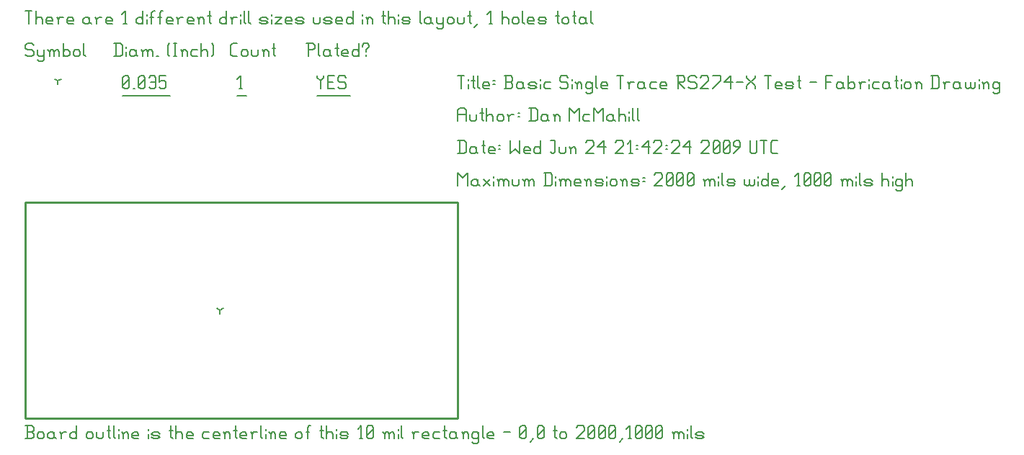
<source format=gbr>
G04 start of page 5 for group -3984 idx -3984 *
G04 Title: Basic Single Trace RS274-X Test, fab *
G04 Creator: pcb 1.99y *
G04 CreationDate: Wed Jun 24 21:42:24 2009 UTC *
G04 For: dan *
G04 Format: Gerber/RS-274X *
G04 PCB-Dimensions: 200000 100000 *
G04 PCB-Coordinate-Origin: lower left *
%MOIN*%
%FSLAX25Y25*%
%LNFAB*%
%ADD14C,0.0080*%
%ADD15C,0.0060*%
%ADD16C,0.0100*%
G54D14*X90000Y50000D02*Y48400D01*
Y50000D02*X91386Y50800D01*
X90000Y50000D02*X88614Y50800D01*
X15000Y156250D02*Y154650D01*
Y156250D02*X16386Y157050D01*
X15000Y156250D02*X13614Y157050D01*
G54D15*X135000Y158500D02*Y157750D01*
X136500Y156250D01*
X138000Y157750D01*
Y158500D02*Y157750D01*
X136500Y156250D02*Y152500D01*
X139801Y155500D02*X142051D01*
X139801Y152500D02*X142801D01*
X139801Y158500D02*Y152500D01*
Y158500D02*X142801D01*
X147603D02*X148353Y157750D01*
X145353Y158500D02*X147603D01*
X144603Y157750D02*X145353Y158500D01*
X144603Y157750D02*Y156250D01*
X145353Y155500D01*
X147603D01*
X148353Y154750D01*
Y153250D01*
X147603Y152500D02*X148353Y153250D01*
X145353Y152500D02*X147603D01*
X144603Y153250D02*X145353Y152500D01*
X135000Y149249D02*X150154D01*
X98750Y152500D02*X100250D01*
X99500Y158500D02*Y152500D01*
X98000Y157000D02*X99500Y158500D01*
X98000Y149249D02*X102051D01*
X45000Y153250D02*X45750Y152500D01*
X45000Y157750D02*Y153250D01*
Y157750D02*X45750Y158500D01*
X47250D01*
X48000Y157750D01*
Y153250D01*
X47250Y152500D02*X48000Y153250D01*
X45750Y152500D02*X47250D01*
X45000Y154000D02*X48000Y157000D01*
X49801Y152500D02*X50551D01*
X52353Y153250D02*X53103Y152500D01*
X52353Y157750D02*Y153250D01*
Y157750D02*X53103Y158500D01*
X54603D01*
X55353Y157750D01*
Y153250D01*
X54603Y152500D02*X55353Y153250D01*
X53103Y152500D02*X54603D01*
X52353Y154000D02*X55353Y157000D01*
X57154Y157750D02*X57904Y158500D01*
X59404D01*
X60154Y157750D01*
Y153250D01*
X59404Y152500D02*X60154Y153250D01*
X57904Y152500D02*X59404D01*
X57154Y153250D02*X57904Y152500D01*
Y155500D02*X60154D01*
X61956Y158500D02*X64956D01*
X61956D02*Y155500D01*
X62706Y156250D01*
X64206D01*
X64956Y155500D01*
Y153250D01*
X64206Y152500D02*X64956Y153250D01*
X62706Y152500D02*X64206D01*
X61956Y153250D02*X62706Y152500D01*
X45000Y149249D02*X66757D01*
X3000Y173500D02*X3750Y172750D01*
X750Y173500D02*X3000D01*
X0Y172750D02*X750Y173500D01*
X0Y172750D02*Y171250D01*
X750Y170500D01*
X3000D01*
X3750Y169750D01*
Y168250D01*
X3000Y167500D02*X3750Y168250D01*
X750Y167500D02*X3000D01*
X0Y168250D02*X750Y167500D01*
X5551Y170500D02*Y168250D01*
X6301Y167500D01*
X8551Y170500D02*Y166000D01*
X7801Y165250D02*X8551Y166000D01*
X6301Y165250D02*X7801D01*
X5551Y166000D02*X6301Y165250D01*
Y167500D02*X7801D01*
X8551Y168250D01*
X11103Y169750D02*Y167500D01*
Y169750D02*X11853Y170500D01*
X12603D01*
X13353Y169750D01*
Y167500D01*
Y169750D02*X14103Y170500D01*
X14853D01*
X15603Y169750D01*
Y167500D01*
X10353Y170500D02*X11103Y169750D01*
X17404Y173500D02*Y167500D01*
Y168250D02*X18154Y167500D01*
X19654D01*
X20404Y168250D01*
Y169750D02*Y168250D01*
X19654Y170500D02*X20404Y169750D01*
X18154Y170500D02*X19654D01*
X17404Y169750D02*X18154Y170500D01*
X22206Y169750D02*Y168250D01*
Y169750D02*X22956Y170500D01*
X24456D01*
X25206Y169750D01*
Y168250D01*
X24456Y167500D02*X25206Y168250D01*
X22956Y167500D02*X24456D01*
X22206Y168250D02*X22956Y167500D01*
X27007Y173500D02*Y168250D01*
X27757Y167500D01*
X41750Y173500D02*Y167500D01*
X44000Y173500D02*X44750Y172750D01*
Y168250D01*
X44000Y167500D02*X44750Y168250D01*
X41000Y167500D02*X44000D01*
X41000Y173500D02*X44000D01*
X46551Y172000D02*Y171250D01*
Y169750D02*Y167500D01*
X50303Y170500D02*X51053Y169750D01*
X48803Y170500D02*X50303D01*
X48053Y169750D02*X48803Y170500D01*
X48053Y169750D02*Y168250D01*
X48803Y167500D01*
X51053Y170500D02*Y168250D01*
X51803Y167500D01*
X48803D02*X50303D01*
X51053Y168250D01*
X54354Y169750D02*Y167500D01*
Y169750D02*X55104Y170500D01*
X55854D01*
X56604Y169750D01*
Y167500D01*
Y169750D02*X57354Y170500D01*
X58104D01*
X58854Y169750D01*
Y167500D01*
X53604Y170500D02*X54354Y169750D01*
X60656Y167500D02*X61406D01*
X65907Y168250D02*X66657Y167500D01*
X65907Y172750D02*X66657Y173500D01*
X65907Y172750D02*Y168250D01*
X68459Y173500D02*X69959D01*
X69209D02*Y167500D01*
X68459D02*X69959D01*
X72510Y169750D02*Y167500D01*
Y169750D02*X73260Y170500D01*
X74010D01*
X74760Y169750D01*
Y167500D01*
X71760Y170500D02*X72510Y169750D01*
X77312Y170500D02*X79562D01*
X76562Y169750D02*X77312Y170500D01*
X76562Y169750D02*Y168250D01*
X77312Y167500D01*
X79562D01*
X81363Y173500D02*Y167500D01*
Y169750D02*X82113Y170500D01*
X83613D01*
X84363Y169750D01*
Y167500D01*
X86165Y173500D02*X86915Y172750D01*
Y168250D01*
X86165Y167500D02*X86915Y168250D01*
X95750Y167500D02*X98000D01*
X95000Y168250D02*X95750Y167500D01*
X95000Y172750D02*Y168250D01*
Y172750D02*X95750Y173500D01*
X98000D01*
X99801Y169750D02*Y168250D01*
Y169750D02*X100551Y170500D01*
X102051D01*
X102801Y169750D01*
Y168250D01*
X102051Y167500D02*X102801Y168250D01*
X100551Y167500D02*X102051D01*
X99801Y168250D02*X100551Y167500D01*
X104603Y170500D02*Y168250D01*
X105353Y167500D01*
X106853D01*
X107603Y168250D01*
Y170500D02*Y168250D01*
X110154Y169750D02*Y167500D01*
Y169750D02*X110904Y170500D01*
X111654D01*
X112404Y169750D01*
Y167500D01*
X109404Y170500D02*X110154Y169750D01*
X114956Y173500D02*Y168250D01*
X115706Y167500D01*
X114206Y171250D02*X115706D01*
X130750Y173500D02*Y167500D01*
X130000Y173500D02*X133000D01*
X133750Y172750D01*
Y171250D01*
X133000Y170500D02*X133750Y171250D01*
X130750Y170500D02*X133000D01*
X135551Y173500D02*Y168250D01*
X136301Y167500D01*
X140053Y170500D02*X140803Y169750D01*
X138553Y170500D02*X140053D01*
X137803Y169750D02*X138553Y170500D01*
X137803Y169750D02*Y168250D01*
X138553Y167500D01*
X140803Y170500D02*Y168250D01*
X141553Y167500D01*
X138553D02*X140053D01*
X140803Y168250D01*
X144104Y173500D02*Y168250D01*
X144854Y167500D01*
X143354Y171250D02*X144854D01*
X147106Y167500D02*X149356D01*
X146356Y168250D02*X147106Y167500D01*
X146356Y169750D02*Y168250D01*
Y169750D02*X147106Y170500D01*
X148606D01*
X149356Y169750D01*
X146356Y169000D02*X149356D01*
Y169750D02*Y169000D01*
X154157Y173500D02*Y167500D01*
X153407D02*X154157Y168250D01*
X151907Y167500D02*X153407D01*
X151157Y168250D02*X151907Y167500D01*
X151157Y169750D02*Y168250D01*
Y169750D02*X151907Y170500D01*
X153407D01*
X154157Y169750D01*
X157459Y170500D02*Y169750D01*
Y168250D02*Y167500D01*
X155959Y172750D02*Y172000D01*
Y172750D02*X156709Y173500D01*
X158209D01*
X158959Y172750D01*
Y172000D01*
X157459Y170500D02*X158959Y172000D01*
X0Y188500D02*X3000D01*
X1500D02*Y182500D01*
X4801Y188500D02*Y182500D01*
Y184750D02*X5551Y185500D01*
X7051D01*
X7801Y184750D01*
Y182500D01*
X10353D02*X12603D01*
X9603Y183250D02*X10353Y182500D01*
X9603Y184750D02*Y183250D01*
Y184750D02*X10353Y185500D01*
X11853D01*
X12603Y184750D01*
X9603Y184000D02*X12603D01*
Y184750D02*Y184000D01*
X15154Y184750D02*Y182500D01*
Y184750D02*X15904Y185500D01*
X17404D01*
X14404D02*X15154Y184750D01*
X19956Y182500D02*X22206D01*
X19206Y183250D02*X19956Y182500D01*
X19206Y184750D02*Y183250D01*
Y184750D02*X19956Y185500D01*
X21456D01*
X22206Y184750D01*
X19206Y184000D02*X22206D01*
Y184750D02*Y184000D01*
X28957Y185500D02*X29707Y184750D01*
X27457Y185500D02*X28957D01*
X26707Y184750D02*X27457Y185500D01*
X26707Y184750D02*Y183250D01*
X27457Y182500D01*
X29707Y185500D02*Y183250D01*
X30457Y182500D01*
X27457D02*X28957D01*
X29707Y183250D01*
X33009Y184750D02*Y182500D01*
Y184750D02*X33759Y185500D01*
X35259D01*
X32259D02*X33009Y184750D01*
X37810Y182500D02*X40060D01*
X37060Y183250D02*X37810Y182500D01*
X37060Y184750D02*Y183250D01*
Y184750D02*X37810Y185500D01*
X39310D01*
X40060Y184750D01*
X37060Y184000D02*X40060D01*
Y184750D02*Y184000D01*
X45312Y182500D02*X46812D01*
X46062Y188500D02*Y182500D01*
X44562Y187000D02*X46062Y188500D01*
X54313D02*Y182500D01*
X53563D02*X54313Y183250D01*
X52063Y182500D02*X53563D01*
X51313Y183250D02*X52063Y182500D01*
X51313Y184750D02*Y183250D01*
Y184750D02*X52063Y185500D01*
X53563D01*
X54313Y184750D01*
X56115Y187000D02*Y186250D01*
Y184750D02*Y182500D01*
X58366Y187750D02*Y182500D01*
Y187750D02*X59116Y188500D01*
X59866D01*
X57616Y185500D02*X59116D01*
X62118Y187750D02*Y182500D01*
Y187750D02*X62868Y188500D01*
X63618D01*
X61368Y185500D02*X62868D01*
X65869Y182500D02*X68119D01*
X65119Y183250D02*X65869Y182500D01*
X65119Y184750D02*Y183250D01*
Y184750D02*X65869Y185500D01*
X67369D01*
X68119Y184750D01*
X65119Y184000D02*X68119D01*
Y184750D02*Y184000D01*
X70671Y184750D02*Y182500D01*
Y184750D02*X71421Y185500D01*
X72921D01*
X69921D02*X70671Y184750D01*
X75472Y182500D02*X77722D01*
X74722Y183250D02*X75472Y182500D01*
X74722Y184750D02*Y183250D01*
Y184750D02*X75472Y185500D01*
X76972D01*
X77722Y184750D01*
X74722Y184000D02*X77722D01*
Y184750D02*Y184000D01*
X80274Y184750D02*Y182500D01*
Y184750D02*X81024Y185500D01*
X81774D01*
X82524Y184750D01*
Y182500D01*
X79524Y185500D02*X80274Y184750D01*
X85075Y188500D02*Y183250D01*
X85825Y182500D01*
X84325Y186250D02*X85825D01*
X93027Y188500D02*Y182500D01*
X92277D02*X93027Y183250D01*
X90777Y182500D02*X92277D01*
X90027Y183250D02*X90777Y182500D01*
X90027Y184750D02*Y183250D01*
Y184750D02*X90777Y185500D01*
X92277D01*
X93027Y184750D01*
X95578D02*Y182500D01*
Y184750D02*X96328Y185500D01*
X97828D01*
X94828D02*X95578Y184750D01*
X99630Y187000D02*Y186250D01*
Y184750D02*Y182500D01*
X101131Y188500D02*Y183250D01*
X101881Y182500D01*
X103383Y188500D02*Y183250D01*
X104133Y182500D01*
X109084D02*X111334D01*
X112084Y183250D01*
X111334Y184000D02*X112084Y183250D01*
X109084Y184000D02*X111334D01*
X108334Y184750D02*X109084Y184000D01*
X108334Y184750D02*X109084Y185500D01*
X111334D01*
X112084Y184750D01*
X108334Y183250D02*X109084Y182500D01*
X113886Y187000D02*Y186250D01*
Y184750D02*Y182500D01*
X115387Y185500D02*X118387D01*
X115387Y182500D02*X118387Y185500D01*
X115387Y182500D02*X118387D01*
X120939D02*X123189D01*
X120189Y183250D02*X120939Y182500D01*
X120189Y184750D02*Y183250D01*
Y184750D02*X120939Y185500D01*
X122439D01*
X123189Y184750D01*
X120189Y184000D02*X123189D01*
Y184750D02*Y184000D01*
X125740Y182500D02*X127990D01*
X128740Y183250D01*
X127990Y184000D02*X128740Y183250D01*
X125740Y184000D02*X127990D01*
X124990Y184750D02*X125740Y184000D01*
X124990Y184750D02*X125740Y185500D01*
X127990D01*
X128740Y184750D01*
X124990Y183250D02*X125740Y182500D01*
X133242Y185500D02*Y183250D01*
X133992Y182500D01*
X135492D01*
X136242Y183250D01*
Y185500D02*Y183250D01*
X138793Y182500D02*X141043D01*
X141793Y183250D01*
X141043Y184000D02*X141793Y183250D01*
X138793Y184000D02*X141043D01*
X138043Y184750D02*X138793Y184000D01*
X138043Y184750D02*X138793Y185500D01*
X141043D01*
X141793Y184750D01*
X138043Y183250D02*X138793Y182500D01*
X144345D02*X146595D01*
X143595Y183250D02*X144345Y182500D01*
X143595Y184750D02*Y183250D01*
Y184750D02*X144345Y185500D01*
X145845D01*
X146595Y184750D01*
X143595Y184000D02*X146595D01*
Y184750D02*Y184000D01*
X151396Y188500D02*Y182500D01*
X150646D02*X151396Y183250D01*
X149146Y182500D02*X150646D01*
X148396Y183250D02*X149146Y182500D01*
X148396Y184750D02*Y183250D01*
Y184750D02*X149146Y185500D01*
X150646D01*
X151396Y184750D01*
X155898Y187000D02*Y186250D01*
Y184750D02*Y182500D01*
X158149Y184750D02*Y182500D01*
Y184750D02*X158899Y185500D01*
X159649D01*
X160399Y184750D01*
Y182500D01*
X157399Y185500D02*X158149Y184750D01*
X165651Y188500D02*Y183250D01*
X166401Y182500D01*
X164901Y186250D02*X166401D01*
X167902Y188500D02*Y182500D01*
Y184750D02*X168652Y185500D01*
X170152D01*
X170902Y184750D01*
Y182500D01*
X172704Y187000D02*Y186250D01*
Y184750D02*Y182500D01*
X174955D02*X177205D01*
X177955Y183250D01*
X177205Y184000D02*X177955Y183250D01*
X174955Y184000D02*X177205D01*
X174205Y184750D02*X174955Y184000D01*
X174205Y184750D02*X174955Y185500D01*
X177205D01*
X177955Y184750D01*
X174205Y183250D02*X174955Y182500D01*
X182457Y188500D02*Y183250D01*
X183207Y182500D01*
X186958Y185500D02*X187708Y184750D01*
X185458Y185500D02*X186958D01*
X184708Y184750D02*X185458Y185500D01*
X184708Y184750D02*Y183250D01*
X185458Y182500D01*
X187708Y185500D02*Y183250D01*
X188458Y182500D01*
X185458D02*X186958D01*
X187708Y183250D01*
X190260Y185500D02*Y183250D01*
X191010Y182500D01*
X193260Y185500D02*Y181000D01*
X192510Y180250D02*X193260Y181000D01*
X191010Y180250D02*X192510D01*
X190260Y181000D02*X191010Y180250D01*
Y182500D02*X192510D01*
X193260Y183250D01*
X195061Y184750D02*Y183250D01*
Y184750D02*X195811Y185500D01*
X197311D01*
X198061Y184750D01*
Y183250D01*
X197311Y182500D02*X198061Y183250D01*
X195811Y182500D02*X197311D01*
X195061Y183250D02*X195811Y182500D01*
X199863Y185500D02*Y183250D01*
X200613Y182500D01*
X202113D01*
X202863Y183250D01*
Y185500D02*Y183250D01*
X205414Y188500D02*Y183250D01*
X206164Y182500D01*
X204664Y186250D02*X206164D01*
X207666Y181000D02*X209166Y182500D01*
X214417D02*X215917D01*
X215167Y188500D02*Y182500D01*
X213667Y187000D02*X215167Y188500D01*
X220419D02*Y182500D01*
Y184750D02*X221169Y185500D01*
X222669D01*
X223419Y184750D01*
Y182500D01*
X225220Y184750D02*Y183250D01*
Y184750D02*X225970Y185500D01*
X227470D01*
X228220Y184750D01*
Y183250D01*
X227470Y182500D02*X228220Y183250D01*
X225970Y182500D02*X227470D01*
X225220Y183250D02*X225970Y182500D01*
X230022Y188500D02*Y183250D01*
X230772Y182500D01*
X233023D02*X235273D01*
X232273Y183250D02*X233023Y182500D01*
X232273Y184750D02*Y183250D01*
Y184750D02*X233023Y185500D01*
X234523D01*
X235273Y184750D01*
X232273Y184000D02*X235273D01*
Y184750D02*Y184000D01*
X237825Y182500D02*X240075D01*
X240825Y183250D01*
X240075Y184000D02*X240825Y183250D01*
X237825Y184000D02*X240075D01*
X237075Y184750D02*X237825Y184000D01*
X237075Y184750D02*X237825Y185500D01*
X240075D01*
X240825Y184750D01*
X237075Y183250D02*X237825Y182500D01*
X246076Y188500D02*Y183250D01*
X246826Y182500D01*
X245326Y186250D02*X246826D01*
X248328Y184750D02*Y183250D01*
Y184750D02*X249078Y185500D01*
X250578D01*
X251328Y184750D01*
Y183250D01*
X250578Y182500D02*X251328Y183250D01*
X249078Y182500D02*X250578D01*
X248328Y183250D02*X249078Y182500D01*
X253879Y188500D02*Y183250D01*
X254629Y182500D01*
X253129Y186250D02*X254629D01*
X258381Y185500D02*X259131Y184750D01*
X256881Y185500D02*X258381D01*
X256131Y184750D02*X256881Y185500D01*
X256131Y184750D02*Y183250D01*
X256881Y182500D01*
X259131Y185500D02*Y183250D01*
X259881Y182500D01*
X256881D02*X258381D01*
X259131Y183250D01*
X261682Y188500D02*Y183250D01*
X262432Y182500D01*
G54D16*X0Y100000D02*X200000D01*
X0D02*Y0D01*
X200000Y100000D02*Y0D01*
X0D02*X200000D01*
G54D15*Y113500D02*Y107500D01*
Y113500D02*X202250Y111250D01*
X204500Y113500D01*
Y107500D01*
X208551Y110500D02*X209301Y109750D01*
X207051Y110500D02*X208551D01*
X206301Y109750D02*X207051Y110500D01*
X206301Y109750D02*Y108250D01*
X207051Y107500D01*
X209301Y110500D02*Y108250D01*
X210051Y107500D01*
X207051D02*X208551D01*
X209301Y108250D01*
X211853Y110500D02*X214853Y107500D01*
X211853D02*X214853Y110500D01*
X216654Y112000D02*Y111250D01*
Y109750D02*Y107500D01*
X218906Y109750D02*Y107500D01*
Y109750D02*X219656Y110500D01*
X220406D01*
X221156Y109750D01*
Y107500D01*
Y109750D02*X221906Y110500D01*
X222656D01*
X223406Y109750D01*
Y107500D01*
X218156Y110500D02*X218906Y109750D01*
X225207Y110500D02*Y108250D01*
X225957Y107500D01*
X227457D01*
X228207Y108250D01*
Y110500D02*Y108250D01*
X230759Y109750D02*Y107500D01*
Y109750D02*X231509Y110500D01*
X232259D01*
X233009Y109750D01*
Y107500D01*
Y109750D02*X233759Y110500D01*
X234509D01*
X235259Y109750D01*
Y107500D01*
X230009Y110500D02*X230759Y109750D01*
X240510Y113500D02*Y107500D01*
X242760Y113500D02*X243510Y112750D01*
Y108250D01*
X242760Y107500D02*X243510Y108250D01*
X239760Y107500D02*X242760D01*
X239760Y113500D02*X242760D01*
X245312Y112000D02*Y111250D01*
Y109750D02*Y107500D01*
X247563Y109750D02*Y107500D01*
Y109750D02*X248313Y110500D01*
X249063D01*
X249813Y109750D01*
Y107500D01*
Y109750D02*X250563Y110500D01*
X251313D01*
X252063Y109750D01*
Y107500D01*
X246813Y110500D02*X247563Y109750D01*
X254615Y107500D02*X256865D01*
X253865Y108250D02*X254615Y107500D01*
X253865Y109750D02*Y108250D01*
Y109750D02*X254615Y110500D01*
X256115D01*
X256865Y109750D01*
X253865Y109000D02*X256865D01*
Y109750D02*Y109000D01*
X259416Y109750D02*Y107500D01*
Y109750D02*X260166Y110500D01*
X260916D01*
X261666Y109750D01*
Y107500D01*
X258666Y110500D02*X259416Y109750D01*
X264218Y107500D02*X266468D01*
X267218Y108250D01*
X266468Y109000D02*X267218Y108250D01*
X264218Y109000D02*X266468D01*
X263468Y109750D02*X264218Y109000D01*
X263468Y109750D02*X264218Y110500D01*
X266468D01*
X267218Y109750D01*
X263468Y108250D02*X264218Y107500D01*
X269019Y112000D02*Y111250D01*
Y109750D02*Y107500D01*
X270521Y109750D02*Y108250D01*
Y109750D02*X271271Y110500D01*
X272771D01*
X273521Y109750D01*
Y108250D01*
X272771Y107500D02*X273521Y108250D01*
X271271Y107500D02*X272771D01*
X270521Y108250D02*X271271Y107500D01*
X276072Y109750D02*Y107500D01*
Y109750D02*X276822Y110500D01*
X277572D01*
X278322Y109750D01*
Y107500D01*
X275322Y110500D02*X276072Y109750D01*
X280874Y107500D02*X283124D01*
X283874Y108250D01*
X283124Y109000D02*X283874Y108250D01*
X280874Y109000D02*X283124D01*
X280124Y109750D02*X280874Y109000D01*
X280124Y109750D02*X280874Y110500D01*
X283124D01*
X283874Y109750D01*
X280124Y108250D02*X280874Y107500D01*
X285675Y111250D02*X286425D01*
X285675Y109750D02*X286425D01*
X290927Y112750D02*X291677Y113500D01*
X293927D01*
X294677Y112750D01*
Y111250D01*
X290927Y107500D02*X294677Y111250D01*
X290927Y107500D02*X294677D01*
X296478Y108250D02*X297228Y107500D01*
X296478Y112750D02*Y108250D01*
Y112750D02*X297228Y113500D01*
X298728D01*
X299478Y112750D01*
Y108250D01*
X298728Y107500D02*X299478Y108250D01*
X297228Y107500D02*X298728D01*
X296478Y109000D02*X299478Y112000D01*
X301280Y108250D02*X302030Y107500D01*
X301280Y112750D02*Y108250D01*
Y112750D02*X302030Y113500D01*
X303530D01*
X304280Y112750D01*
Y108250D01*
X303530Y107500D02*X304280Y108250D01*
X302030Y107500D02*X303530D01*
X301280Y109000D02*X304280Y112000D01*
X306081Y108250D02*X306831Y107500D01*
X306081Y112750D02*Y108250D01*
Y112750D02*X306831Y113500D01*
X308331D01*
X309081Y112750D01*
Y108250D01*
X308331Y107500D02*X309081Y108250D01*
X306831Y107500D02*X308331D01*
X306081Y109000D02*X309081Y112000D01*
X314333Y109750D02*Y107500D01*
Y109750D02*X315083Y110500D01*
X315833D01*
X316583Y109750D01*
Y107500D01*
Y109750D02*X317333Y110500D01*
X318083D01*
X318833Y109750D01*
Y107500D01*
X313583Y110500D02*X314333Y109750D01*
X320634Y112000D02*Y111250D01*
Y109750D02*Y107500D01*
X322136Y113500D02*Y108250D01*
X322886Y107500D01*
X325137D02*X327387D01*
X328137Y108250D01*
X327387Y109000D02*X328137Y108250D01*
X325137Y109000D02*X327387D01*
X324387Y109750D02*X325137Y109000D01*
X324387Y109750D02*X325137Y110500D01*
X327387D01*
X328137Y109750D01*
X324387Y108250D02*X325137Y107500D01*
X332639Y110500D02*Y108250D01*
X333389Y107500D01*
X334139D01*
X334889Y108250D01*
Y110500D02*Y108250D01*
X335639Y107500D01*
X336389D01*
X337139Y108250D01*
Y110500D02*Y108250D01*
X338940Y112000D02*Y111250D01*
Y109750D02*Y107500D01*
X343442Y113500D02*Y107500D01*
X342692D02*X343442Y108250D01*
X341192Y107500D02*X342692D01*
X340442Y108250D02*X341192Y107500D01*
X340442Y109750D02*Y108250D01*
Y109750D02*X341192Y110500D01*
X342692D01*
X343442Y109750D01*
X345993Y107500D02*X348243D01*
X345243Y108250D02*X345993Y107500D01*
X345243Y109750D02*Y108250D01*
Y109750D02*X345993Y110500D01*
X347493D01*
X348243Y109750D01*
X345243Y109000D02*X348243D01*
Y109750D02*Y109000D01*
X350045Y106000D02*X351545Y107500D01*
X356796D02*X358296D01*
X357546Y113500D02*Y107500D01*
X356046Y112000D02*X357546Y113500D01*
X360098Y108250D02*X360848Y107500D01*
X360098Y112750D02*Y108250D01*
Y112750D02*X360848Y113500D01*
X362348D01*
X363098Y112750D01*
Y108250D01*
X362348Y107500D02*X363098Y108250D01*
X360848Y107500D02*X362348D01*
X360098Y109000D02*X363098Y112000D01*
X364899Y108250D02*X365649Y107500D01*
X364899Y112750D02*Y108250D01*
Y112750D02*X365649Y113500D01*
X367149D01*
X367899Y112750D01*
Y108250D01*
X367149Y107500D02*X367899Y108250D01*
X365649Y107500D02*X367149D01*
X364899Y109000D02*X367899Y112000D01*
X369701Y108250D02*X370451Y107500D01*
X369701Y112750D02*Y108250D01*
Y112750D02*X370451Y113500D01*
X371951D01*
X372701Y112750D01*
Y108250D01*
X371951Y107500D02*X372701Y108250D01*
X370451Y107500D02*X371951D01*
X369701Y109000D02*X372701Y112000D01*
X377952Y109750D02*Y107500D01*
Y109750D02*X378702Y110500D01*
X379452D01*
X380202Y109750D01*
Y107500D01*
Y109750D02*X380952Y110500D01*
X381702D01*
X382452Y109750D01*
Y107500D01*
X377202Y110500D02*X377952Y109750D01*
X384254Y112000D02*Y111250D01*
Y109750D02*Y107500D01*
X385755Y113500D02*Y108250D01*
X386505Y107500D01*
X388757D02*X391007D01*
X391757Y108250D01*
X391007Y109000D02*X391757Y108250D01*
X388757Y109000D02*X391007D01*
X388007Y109750D02*X388757Y109000D01*
X388007Y109750D02*X388757Y110500D01*
X391007D01*
X391757Y109750D01*
X388007Y108250D02*X388757Y107500D01*
X396258Y113500D02*Y107500D01*
Y109750D02*X397008Y110500D01*
X398508D01*
X399258Y109750D01*
Y107500D01*
X401060Y112000D02*Y111250D01*
Y109750D02*Y107500D01*
X404811Y110500D02*X405561Y109750D01*
X403311Y110500D02*X404811D01*
X402561Y109750D02*X403311Y110500D01*
X402561Y109750D02*Y108250D01*
X403311Y107500D01*
X404811D01*
X405561Y108250D01*
X402561Y106000D02*X403311Y105250D01*
X404811D01*
X405561Y106000D01*
Y110500D02*Y106000D01*
X407363Y113500D02*Y107500D01*
Y109750D02*X408113Y110500D01*
X409613D01*
X410363Y109750D01*
Y107500D01*
X0Y-9500D02*X3000D01*
X3750Y-8750D01*
Y-7250D02*Y-8750D01*
X3000Y-6500D02*X3750Y-7250D01*
X750Y-6500D02*X3000D01*
X750Y-3500D02*Y-9500D01*
X0Y-3500D02*X3000D01*
X3750Y-4250D01*
Y-5750D01*
X3000Y-6500D02*X3750Y-5750D01*
X5551Y-7250D02*Y-8750D01*
Y-7250D02*X6301Y-6500D01*
X7801D01*
X8551Y-7250D01*
Y-8750D01*
X7801Y-9500D02*X8551Y-8750D01*
X6301Y-9500D02*X7801D01*
X5551Y-8750D02*X6301Y-9500D01*
X12603Y-6500D02*X13353Y-7250D01*
X11103Y-6500D02*X12603D01*
X10353Y-7250D02*X11103Y-6500D01*
X10353Y-7250D02*Y-8750D01*
X11103Y-9500D01*
X13353Y-6500D02*Y-8750D01*
X14103Y-9500D01*
X11103D02*X12603D01*
X13353Y-8750D01*
X16654Y-7250D02*Y-9500D01*
Y-7250D02*X17404Y-6500D01*
X18904D01*
X15904D02*X16654Y-7250D01*
X23706Y-3500D02*Y-9500D01*
X22956D02*X23706Y-8750D01*
X21456Y-9500D02*X22956D01*
X20706Y-8750D02*X21456Y-9500D01*
X20706Y-7250D02*Y-8750D01*
Y-7250D02*X21456Y-6500D01*
X22956D01*
X23706Y-7250D01*
X28207D02*Y-8750D01*
Y-7250D02*X28957Y-6500D01*
X30457D01*
X31207Y-7250D01*
Y-8750D01*
X30457Y-9500D02*X31207Y-8750D01*
X28957Y-9500D02*X30457D01*
X28207Y-8750D02*X28957Y-9500D01*
X33009Y-6500D02*Y-8750D01*
X33759Y-9500D01*
X35259D01*
X36009Y-8750D01*
Y-6500D02*Y-8750D01*
X38560Y-3500D02*Y-8750D01*
X39310Y-9500D01*
X37810Y-5750D02*X39310D01*
X40812Y-3500D02*Y-8750D01*
X41562Y-9500D01*
X43063Y-5000D02*Y-5750D01*
Y-7250D02*Y-9500D01*
X45315Y-7250D02*Y-9500D01*
Y-7250D02*X46065Y-6500D01*
X46815D01*
X47565Y-7250D01*
Y-9500D01*
X44565Y-6500D02*X45315Y-7250D01*
X50116Y-9500D02*X52366D01*
X49366Y-8750D02*X50116Y-9500D01*
X49366Y-7250D02*Y-8750D01*
Y-7250D02*X50116Y-6500D01*
X51616D01*
X52366Y-7250D01*
X49366Y-8000D02*X52366D01*
Y-7250D02*Y-8000D01*
X56868Y-5000D02*Y-5750D01*
Y-7250D02*Y-9500D01*
X59119D02*X61369D01*
X62119Y-8750D01*
X61369Y-8000D02*X62119Y-8750D01*
X59119Y-8000D02*X61369D01*
X58369Y-7250D02*X59119Y-8000D01*
X58369Y-7250D02*X59119Y-6500D01*
X61369D01*
X62119Y-7250D01*
X58369Y-8750D02*X59119Y-9500D01*
X67371Y-3500D02*Y-8750D01*
X68121Y-9500D01*
X66621Y-5750D02*X68121D01*
X69622Y-3500D02*Y-9500D01*
Y-7250D02*X70372Y-6500D01*
X71872D01*
X72622Y-7250D01*
Y-9500D01*
X75174D02*X77424D01*
X74424Y-8750D02*X75174Y-9500D01*
X74424Y-7250D02*Y-8750D01*
Y-7250D02*X75174Y-6500D01*
X76674D01*
X77424Y-7250D01*
X74424Y-8000D02*X77424D01*
Y-7250D02*Y-8000D01*
X82675Y-6500D02*X84925D01*
X81925Y-7250D02*X82675Y-6500D01*
X81925Y-7250D02*Y-8750D01*
X82675Y-9500D01*
X84925D01*
X87477D02*X89727D01*
X86727Y-8750D02*X87477Y-9500D01*
X86727Y-7250D02*Y-8750D01*
Y-7250D02*X87477Y-6500D01*
X88977D01*
X89727Y-7250D01*
X86727Y-8000D02*X89727D01*
Y-7250D02*Y-8000D01*
X92278Y-7250D02*Y-9500D01*
Y-7250D02*X93028Y-6500D01*
X93778D01*
X94528Y-7250D01*
Y-9500D01*
X91528Y-6500D02*X92278Y-7250D01*
X97080Y-3500D02*Y-8750D01*
X97830Y-9500D01*
X96330Y-5750D02*X97830D01*
X100081Y-9500D02*X102331D01*
X99331Y-8750D02*X100081Y-9500D01*
X99331Y-7250D02*Y-8750D01*
Y-7250D02*X100081Y-6500D01*
X101581D01*
X102331Y-7250D01*
X99331Y-8000D02*X102331D01*
Y-7250D02*Y-8000D01*
X104883Y-7250D02*Y-9500D01*
Y-7250D02*X105633Y-6500D01*
X107133D01*
X104133D02*X104883Y-7250D01*
X108934Y-3500D02*Y-8750D01*
X109684Y-9500D01*
X111186Y-5000D02*Y-5750D01*
Y-7250D02*Y-9500D01*
X113437Y-7250D02*Y-9500D01*
Y-7250D02*X114187Y-6500D01*
X114937D01*
X115687Y-7250D01*
Y-9500D01*
X112687Y-6500D02*X113437Y-7250D01*
X118239Y-9500D02*X120489D01*
X117489Y-8750D02*X118239Y-9500D01*
X117489Y-7250D02*Y-8750D01*
Y-7250D02*X118239Y-6500D01*
X119739D01*
X120489Y-7250D01*
X117489Y-8000D02*X120489D01*
Y-7250D02*Y-8000D01*
X124990Y-7250D02*Y-8750D01*
Y-7250D02*X125740Y-6500D01*
X127240D01*
X127990Y-7250D01*
Y-8750D01*
X127240Y-9500D02*X127990Y-8750D01*
X125740Y-9500D02*X127240D01*
X124990Y-8750D02*X125740Y-9500D01*
X130542Y-4250D02*Y-9500D01*
Y-4250D02*X131292Y-3500D01*
X132042D01*
X129792Y-6500D02*X131292D01*
X136993Y-3500D02*Y-8750D01*
X137743Y-9500D01*
X136243Y-5750D02*X137743D01*
X139245Y-3500D02*Y-9500D01*
Y-7250D02*X139995Y-6500D01*
X141495D01*
X142245Y-7250D01*
Y-9500D01*
X144046Y-5000D02*Y-5750D01*
Y-7250D02*Y-9500D01*
X146298D02*X148548D01*
X149298Y-8750D01*
X148548Y-8000D02*X149298Y-8750D01*
X146298Y-8000D02*X148548D01*
X145548Y-7250D02*X146298Y-8000D01*
X145548Y-7250D02*X146298Y-6500D01*
X148548D01*
X149298Y-7250D01*
X145548Y-8750D02*X146298Y-9500D01*
X154549D02*X156049D01*
X155299Y-3500D02*Y-9500D01*
X153799Y-5000D02*X155299Y-3500D01*
X157851Y-8750D02*X158601Y-9500D01*
X157851Y-4250D02*Y-8750D01*
Y-4250D02*X158601Y-3500D01*
X160101D01*
X160851Y-4250D01*
Y-8750D01*
X160101Y-9500D02*X160851Y-8750D01*
X158601Y-9500D02*X160101D01*
X157851Y-8000D02*X160851Y-5000D01*
X166102Y-7250D02*Y-9500D01*
Y-7250D02*X166852Y-6500D01*
X167602D01*
X168352Y-7250D01*
Y-9500D01*
Y-7250D02*X169102Y-6500D01*
X169852D01*
X170602Y-7250D01*
Y-9500D01*
X165352Y-6500D02*X166102Y-7250D01*
X172404Y-5000D02*Y-5750D01*
Y-7250D02*Y-9500D01*
X173905Y-3500D02*Y-8750D01*
X174655Y-9500D01*
X179607Y-7250D02*Y-9500D01*
Y-7250D02*X180357Y-6500D01*
X181857D01*
X178857D02*X179607Y-7250D01*
X184408Y-9500D02*X186658D01*
X183658Y-8750D02*X184408Y-9500D01*
X183658Y-7250D02*Y-8750D01*
Y-7250D02*X184408Y-6500D01*
X185908D01*
X186658Y-7250D01*
X183658Y-8000D02*X186658D01*
Y-7250D02*Y-8000D01*
X189210Y-6500D02*X191460D01*
X188460Y-7250D02*X189210Y-6500D01*
X188460Y-7250D02*Y-8750D01*
X189210Y-9500D01*
X191460D01*
X194011Y-3500D02*Y-8750D01*
X194761Y-9500D01*
X193261Y-5750D02*X194761D01*
X198513Y-6500D02*X199263Y-7250D01*
X197013Y-6500D02*X198513D01*
X196263Y-7250D02*X197013Y-6500D01*
X196263Y-7250D02*Y-8750D01*
X197013Y-9500D01*
X199263Y-6500D02*Y-8750D01*
X200013Y-9500D01*
X197013D02*X198513D01*
X199263Y-8750D01*
X202564Y-7250D02*Y-9500D01*
Y-7250D02*X203314Y-6500D01*
X204064D01*
X204814Y-7250D01*
Y-9500D01*
X201814Y-6500D02*X202564Y-7250D01*
X208866Y-6500D02*X209616Y-7250D01*
X207366Y-6500D02*X208866D01*
X206616Y-7250D02*X207366Y-6500D01*
X206616Y-7250D02*Y-8750D01*
X207366Y-9500D01*
X208866D01*
X209616Y-8750D01*
X206616Y-11000D02*X207366Y-11750D01*
X208866D01*
X209616Y-11000D01*
Y-6500D02*Y-11000D01*
X211417Y-3500D02*Y-8750D01*
X212167Y-9500D01*
X214419D02*X216669D01*
X213669Y-8750D02*X214419Y-9500D01*
X213669Y-7250D02*Y-8750D01*
Y-7250D02*X214419Y-6500D01*
X215919D01*
X216669Y-7250D01*
X213669Y-8000D02*X216669D01*
Y-7250D02*Y-8000D01*
X221170Y-6500D02*X224170D01*
X228672Y-8750D02*X229422Y-9500D01*
X228672Y-4250D02*Y-8750D01*
Y-4250D02*X229422Y-3500D01*
X230922D01*
X231672Y-4250D01*
Y-8750D01*
X230922Y-9500D02*X231672Y-8750D01*
X229422Y-9500D02*X230922D01*
X228672Y-8000D02*X231672Y-5000D01*
X233473Y-11000D02*X234973Y-9500D01*
X236775Y-8750D02*X237525Y-9500D01*
X236775Y-4250D02*Y-8750D01*
Y-4250D02*X237525Y-3500D01*
X239025D01*
X239775Y-4250D01*
Y-8750D01*
X239025Y-9500D02*X239775Y-8750D01*
X237525Y-9500D02*X239025D01*
X236775Y-8000D02*X239775Y-5000D01*
X245026Y-3500D02*Y-8750D01*
X245776Y-9500D01*
X244276Y-5750D02*X245776D01*
X247278Y-7250D02*Y-8750D01*
Y-7250D02*X248028Y-6500D01*
X249528D01*
X250278Y-7250D01*
Y-8750D01*
X249528Y-9500D02*X250278Y-8750D01*
X248028Y-9500D02*X249528D01*
X247278Y-8750D02*X248028Y-9500D01*
X254779Y-4250D02*X255529Y-3500D01*
X257779D01*
X258529Y-4250D01*
Y-5750D01*
X254779Y-9500D02*X258529Y-5750D01*
X254779Y-9500D02*X258529D01*
X260331Y-8750D02*X261081Y-9500D01*
X260331Y-4250D02*Y-8750D01*
Y-4250D02*X261081Y-3500D01*
X262581D01*
X263331Y-4250D01*
Y-8750D01*
X262581Y-9500D02*X263331Y-8750D01*
X261081Y-9500D02*X262581D01*
X260331Y-8000D02*X263331Y-5000D01*
X265132Y-8750D02*X265882Y-9500D01*
X265132Y-4250D02*Y-8750D01*
Y-4250D02*X265882Y-3500D01*
X267382D01*
X268132Y-4250D01*
Y-8750D01*
X267382Y-9500D02*X268132Y-8750D01*
X265882Y-9500D02*X267382D01*
X265132Y-8000D02*X268132Y-5000D01*
X269934Y-8750D02*X270684Y-9500D01*
X269934Y-4250D02*Y-8750D01*
Y-4250D02*X270684Y-3500D01*
X272184D01*
X272934Y-4250D01*
Y-8750D01*
X272184Y-9500D02*X272934Y-8750D01*
X270684Y-9500D02*X272184D01*
X269934Y-8000D02*X272934Y-5000D01*
X274735Y-11000D02*X276235Y-9500D01*
X278787D02*X280287D01*
X279537Y-3500D02*Y-9500D01*
X278037Y-5000D02*X279537Y-3500D01*
X282088Y-8750D02*X282838Y-9500D01*
X282088Y-4250D02*Y-8750D01*
Y-4250D02*X282838Y-3500D01*
X284338D01*
X285088Y-4250D01*
Y-8750D01*
X284338Y-9500D02*X285088Y-8750D01*
X282838Y-9500D02*X284338D01*
X282088Y-8000D02*X285088Y-5000D01*
X286890Y-8750D02*X287640Y-9500D01*
X286890Y-4250D02*Y-8750D01*
Y-4250D02*X287640Y-3500D01*
X289140D01*
X289890Y-4250D01*
Y-8750D01*
X289140Y-9500D02*X289890Y-8750D01*
X287640Y-9500D02*X289140D01*
X286890Y-8000D02*X289890Y-5000D01*
X291691Y-8750D02*X292441Y-9500D01*
X291691Y-4250D02*Y-8750D01*
Y-4250D02*X292441Y-3500D01*
X293941D01*
X294691Y-4250D01*
Y-8750D01*
X293941Y-9500D02*X294691Y-8750D01*
X292441Y-9500D02*X293941D01*
X291691Y-8000D02*X294691Y-5000D01*
X299943Y-7250D02*Y-9500D01*
Y-7250D02*X300693Y-6500D01*
X301443D01*
X302193Y-7250D01*
Y-9500D01*
Y-7250D02*X302943Y-6500D01*
X303693D01*
X304443Y-7250D01*
Y-9500D01*
X299193Y-6500D02*X299943Y-7250D01*
X306244Y-5000D02*Y-5750D01*
Y-7250D02*Y-9500D01*
X307746Y-3500D02*Y-8750D01*
X308496Y-9500D01*
X310747D02*X312997D01*
X313747Y-8750D01*
X312997Y-8000D02*X313747Y-8750D01*
X310747Y-8000D02*X312997D01*
X309997Y-7250D02*X310747Y-8000D01*
X309997Y-7250D02*X310747Y-6500D01*
X312997D01*
X313747Y-7250D01*
X309997Y-8750D02*X310747Y-9500D01*
X200750Y128500D02*Y122500D01*
X203000Y128500D02*X203750Y127750D01*
Y123250D01*
X203000Y122500D02*X203750Y123250D01*
X200000Y122500D02*X203000D01*
X200000Y128500D02*X203000D01*
X207801Y125500D02*X208551Y124750D01*
X206301Y125500D02*X207801D01*
X205551Y124750D02*X206301Y125500D01*
X205551Y124750D02*Y123250D01*
X206301Y122500D01*
X208551Y125500D02*Y123250D01*
X209301Y122500D01*
X206301D02*X207801D01*
X208551Y123250D01*
X211853Y128500D02*Y123250D01*
X212603Y122500D01*
X211103Y126250D02*X212603D01*
X214854Y122500D02*X217104D01*
X214104Y123250D02*X214854Y122500D01*
X214104Y124750D02*Y123250D01*
Y124750D02*X214854Y125500D01*
X216354D01*
X217104Y124750D01*
X214104Y124000D02*X217104D01*
Y124750D02*Y124000D01*
X218906Y126250D02*X219656D01*
X218906Y124750D02*X219656D01*
X224157Y128500D02*Y122500D01*
X226407Y124750D01*
X228657Y122500D01*
Y128500D02*Y122500D01*
X231209D02*X233459D01*
X230459Y123250D02*X231209Y122500D01*
X230459Y124750D02*Y123250D01*
Y124750D02*X231209Y125500D01*
X232709D01*
X233459Y124750D01*
X230459Y124000D02*X233459D01*
Y124750D02*Y124000D01*
X238260Y128500D02*Y122500D01*
X237510D02*X238260Y123250D01*
X236010Y122500D02*X237510D01*
X235260Y123250D02*X236010Y122500D01*
X235260Y124750D02*Y123250D01*
Y124750D02*X236010Y125500D01*
X237510D01*
X238260Y124750D01*
X242762Y128500D02*X245012D01*
Y123250D01*
X244262Y122500D02*X245012Y123250D01*
X243512Y122500D02*X244262D01*
X242762Y123250D02*X243512Y122500D01*
X246813Y125500D02*Y123250D01*
X247563Y122500D01*
X249063D01*
X249813Y123250D01*
Y125500D02*Y123250D01*
X252365Y124750D02*Y122500D01*
Y124750D02*X253115Y125500D01*
X253865D01*
X254615Y124750D01*
Y122500D01*
X251615Y125500D02*X252365Y124750D01*
X259116Y127750D02*X259866Y128500D01*
X262116D01*
X262866Y127750D01*
Y126250D01*
X259116Y122500D02*X262866Y126250D01*
X259116Y122500D02*X262866D01*
X264668Y125500D02*X267668Y128500D01*
X264668Y125500D02*X268418D01*
X267668Y128500D02*Y122500D01*
X272919Y127750D02*X273669Y128500D01*
X275919D01*
X276669Y127750D01*
Y126250D01*
X272919Y122500D02*X276669Y126250D01*
X272919Y122500D02*X276669D01*
X279221D02*X280721D01*
X279971Y128500D02*Y122500D01*
X278471Y127000D02*X279971Y128500D01*
X282522Y126250D02*X283272D01*
X282522Y124750D02*X283272D01*
X285074Y125500D02*X288074Y128500D01*
X285074Y125500D02*X288824D01*
X288074Y128500D02*Y122500D01*
X290625Y127750D02*X291375Y128500D01*
X293625D01*
X294375Y127750D01*
Y126250D01*
X290625Y122500D02*X294375Y126250D01*
X290625Y122500D02*X294375D01*
X296177Y126250D02*X296927D01*
X296177Y124750D02*X296927D01*
X298728Y127750D02*X299478Y128500D01*
X301728D01*
X302478Y127750D01*
Y126250D01*
X298728Y122500D02*X302478Y126250D01*
X298728Y122500D02*X302478D01*
X304280Y125500D02*X307280Y128500D01*
X304280Y125500D02*X308030D01*
X307280Y128500D02*Y122500D01*
X312531Y127750D02*X313281Y128500D01*
X315531D01*
X316281Y127750D01*
Y126250D01*
X312531Y122500D02*X316281Y126250D01*
X312531Y122500D02*X316281D01*
X318083Y123250D02*X318833Y122500D01*
X318083Y127750D02*Y123250D01*
Y127750D02*X318833Y128500D01*
X320333D01*
X321083Y127750D01*
Y123250D01*
X320333Y122500D02*X321083Y123250D01*
X318833Y122500D02*X320333D01*
X318083Y124000D02*X321083Y127000D01*
X322884Y123250D02*X323634Y122500D01*
X322884Y127750D02*Y123250D01*
Y127750D02*X323634Y128500D01*
X325134D01*
X325884Y127750D01*
Y123250D01*
X325134Y122500D02*X325884Y123250D01*
X323634Y122500D02*X325134D01*
X322884Y124000D02*X325884Y127000D01*
X327686Y122500D02*X330686Y125500D01*
Y127750D02*Y125500D01*
X329936Y128500D02*X330686Y127750D01*
X328436Y128500D02*X329936D01*
X327686Y127750D02*X328436Y128500D01*
X327686Y127750D02*Y126250D01*
X328436Y125500D01*
X330686D01*
X335187Y128500D02*Y123250D01*
X335937Y122500D01*
X337437D01*
X338187Y123250D01*
Y128500D02*Y123250D01*
X339989Y128500D02*X342989D01*
X341489D02*Y122500D01*
X345540D02*X347790D01*
X344790Y123250D02*X345540Y122500D01*
X344790Y127750D02*Y123250D01*
Y127750D02*X345540Y128500D01*
X347790D01*
X200000Y142750D02*Y137500D01*
Y142750D02*X200750Y143500D01*
X203000D01*
X203750Y142750D01*
Y137500D01*
X200000Y140500D02*X203750D01*
X205551D02*Y138250D01*
X206301Y137500D01*
X207801D01*
X208551Y138250D01*
Y140500D02*Y138250D01*
X211103Y143500D02*Y138250D01*
X211853Y137500D01*
X210353Y141250D02*X211853D01*
X213354Y143500D02*Y137500D01*
Y139750D02*X214104Y140500D01*
X215604D01*
X216354Y139750D01*
Y137500D01*
X218156Y139750D02*Y138250D01*
Y139750D02*X218906Y140500D01*
X220406D01*
X221156Y139750D01*
Y138250D01*
X220406Y137500D02*X221156Y138250D01*
X218906Y137500D02*X220406D01*
X218156Y138250D02*X218906Y137500D01*
X223707Y139750D02*Y137500D01*
Y139750D02*X224457Y140500D01*
X225957D01*
X222957D02*X223707Y139750D01*
X227759Y141250D02*X228509D01*
X227759Y139750D02*X228509D01*
X233760Y143500D02*Y137500D01*
X236010Y143500D02*X236760Y142750D01*
Y138250D01*
X236010Y137500D02*X236760Y138250D01*
X233010Y137500D02*X236010D01*
X233010Y143500D02*X236010D01*
X240812Y140500D02*X241562Y139750D01*
X239312Y140500D02*X240812D01*
X238562Y139750D02*X239312Y140500D01*
X238562Y139750D02*Y138250D01*
X239312Y137500D01*
X241562Y140500D02*Y138250D01*
X242312Y137500D01*
X239312D02*X240812D01*
X241562Y138250D01*
X244863Y139750D02*Y137500D01*
Y139750D02*X245613Y140500D01*
X246363D01*
X247113Y139750D01*
Y137500D01*
X244113Y140500D02*X244863Y139750D01*
X251615Y143500D02*Y137500D01*
Y143500D02*X253865Y141250D01*
X256115Y143500D01*
Y137500D01*
X258666Y140500D02*X260916D01*
X257916Y139750D02*X258666Y140500D01*
X257916Y139750D02*Y138250D01*
X258666Y137500D01*
X260916D01*
X262718Y143500D02*Y137500D01*
Y143500D02*X264968Y141250D01*
X267218Y143500D01*
Y137500D01*
X271269Y140500D02*X272019Y139750D01*
X269769Y140500D02*X271269D01*
X269019Y139750D02*X269769Y140500D01*
X269019Y139750D02*Y138250D01*
X269769Y137500D01*
X272019Y140500D02*Y138250D01*
X272769Y137500D01*
X269769D02*X271269D01*
X272019Y138250D01*
X274571Y143500D02*Y137500D01*
Y139750D02*X275321Y140500D01*
X276821D01*
X277571Y139750D01*
Y137500D01*
X279372Y142000D02*Y141250D01*
Y139750D02*Y137500D01*
X280874Y143500D02*Y138250D01*
X281624Y137500D01*
X283125Y143500D02*Y138250D01*
X283875Y137500D01*
X200000Y158500D02*X203000D01*
X201500D02*Y152500D01*
X204801Y157000D02*Y156250D01*
Y154750D02*Y152500D01*
X207053Y158500D02*Y153250D01*
X207803Y152500D01*
X206303Y156250D02*X207803D01*
X209304Y158500D02*Y153250D01*
X210054Y152500D01*
X212306D02*X214556D01*
X211556Y153250D02*X212306Y152500D01*
X211556Y154750D02*Y153250D01*
Y154750D02*X212306Y155500D01*
X213806D01*
X214556Y154750D01*
X211556Y154000D02*X214556D01*
Y154750D02*Y154000D01*
X216357Y156250D02*X217107D01*
X216357Y154750D02*X217107D01*
X221609Y152500D02*X224609D01*
X225359Y153250D01*
Y154750D02*Y153250D01*
X224609Y155500D02*X225359Y154750D01*
X222359Y155500D02*X224609D01*
X222359Y158500D02*Y152500D01*
X221609Y158500D02*X224609D01*
X225359Y157750D01*
Y156250D01*
X224609Y155500D02*X225359Y156250D01*
X229410Y155500D02*X230160Y154750D01*
X227910Y155500D02*X229410D01*
X227160Y154750D02*X227910Y155500D01*
X227160Y154750D02*Y153250D01*
X227910Y152500D01*
X230160Y155500D02*Y153250D01*
X230910Y152500D01*
X227910D02*X229410D01*
X230160Y153250D01*
X233462Y152500D02*X235712D01*
X236462Y153250D01*
X235712Y154000D02*X236462Y153250D01*
X233462Y154000D02*X235712D01*
X232712Y154750D02*X233462Y154000D01*
X232712Y154750D02*X233462Y155500D01*
X235712D01*
X236462Y154750D01*
X232712Y153250D02*X233462Y152500D01*
X238263Y157000D02*Y156250D01*
Y154750D02*Y152500D01*
X240515Y155500D02*X242765D01*
X239765Y154750D02*X240515Y155500D01*
X239765Y154750D02*Y153250D01*
X240515Y152500D01*
X242765D01*
X250266Y158500D02*X251016Y157750D01*
X248016Y158500D02*X250266D01*
X247266Y157750D02*X248016Y158500D01*
X247266Y157750D02*Y156250D01*
X248016Y155500D01*
X250266D01*
X251016Y154750D01*
Y153250D01*
X250266Y152500D02*X251016Y153250D01*
X248016Y152500D02*X250266D01*
X247266Y153250D02*X248016Y152500D01*
X252818Y157000D02*Y156250D01*
Y154750D02*Y152500D01*
X255069Y154750D02*Y152500D01*
Y154750D02*X255819Y155500D01*
X256569D01*
X257319Y154750D01*
Y152500D01*
X254319Y155500D02*X255069Y154750D01*
X261371Y155500D02*X262121Y154750D01*
X259871Y155500D02*X261371D01*
X259121Y154750D02*X259871Y155500D01*
X259121Y154750D02*Y153250D01*
X259871Y152500D01*
X261371D01*
X262121Y153250D01*
X259121Y151000D02*X259871Y150250D01*
X261371D01*
X262121Y151000D01*
Y155500D02*Y151000D01*
X263922Y158500D02*Y153250D01*
X264672Y152500D01*
X266924D02*X269174D01*
X266174Y153250D02*X266924Y152500D01*
X266174Y154750D02*Y153250D01*
Y154750D02*X266924Y155500D01*
X268424D01*
X269174Y154750D01*
X266174Y154000D02*X269174D01*
Y154750D02*Y154000D01*
X273675Y158500D02*X276675D01*
X275175D02*Y152500D01*
X279227Y154750D02*Y152500D01*
Y154750D02*X279977Y155500D01*
X281477D01*
X278477D02*X279227Y154750D01*
X285528Y155500D02*X286278Y154750D01*
X284028Y155500D02*X285528D01*
X283278Y154750D02*X284028Y155500D01*
X283278Y154750D02*Y153250D01*
X284028Y152500D01*
X286278Y155500D02*Y153250D01*
X287028Y152500D01*
X284028D02*X285528D01*
X286278Y153250D01*
X289580Y155500D02*X291830D01*
X288830Y154750D02*X289580Y155500D01*
X288830Y154750D02*Y153250D01*
X289580Y152500D01*
X291830D01*
X294381D02*X296631D01*
X293631Y153250D02*X294381Y152500D01*
X293631Y154750D02*Y153250D01*
Y154750D02*X294381Y155500D01*
X295881D01*
X296631Y154750D01*
X293631Y154000D02*X296631D01*
Y154750D02*Y154000D01*
X301133Y158500D02*X304133D01*
X304883Y157750D01*
Y156250D01*
X304133Y155500D02*X304883Y156250D01*
X301883Y155500D02*X304133D01*
X301883Y158500D02*Y152500D01*
Y155500D02*X304883Y152500D01*
X309684Y158500D02*X310434Y157750D01*
X307434Y158500D02*X309684D01*
X306684Y157750D02*X307434Y158500D01*
X306684Y157750D02*Y156250D01*
X307434Y155500D01*
X309684D01*
X310434Y154750D01*
Y153250D01*
X309684Y152500D02*X310434Y153250D01*
X307434Y152500D02*X309684D01*
X306684Y153250D02*X307434Y152500D01*
X312236Y157750D02*X312986Y158500D01*
X315236D01*
X315986Y157750D01*
Y156250D01*
X312236Y152500D02*X315986Y156250D01*
X312236Y152500D02*X315986D01*
X317787D02*X321537Y156250D01*
Y158500D02*Y156250D01*
X317787Y158500D02*X321537D01*
X323339Y155500D02*X326339Y158500D01*
X323339Y155500D02*X327089D01*
X326339Y158500D02*Y152500D01*
X328890Y155500D02*X331890D01*
X333692Y158500D02*Y157750D01*
X337442Y154000D01*
Y152500D01*
X333692Y154000D02*Y152500D01*
Y154000D02*X337442Y157750D01*
Y158500D02*Y157750D01*
X341943Y158500D02*X344943D01*
X343443D02*Y152500D01*
X347495D02*X349745D01*
X346745Y153250D02*X347495Y152500D01*
X346745Y154750D02*Y153250D01*
Y154750D02*X347495Y155500D01*
X348995D01*
X349745Y154750D01*
X346745Y154000D02*X349745D01*
Y154750D02*Y154000D01*
X352296Y152500D02*X354546D01*
X355296Y153250D01*
X354546Y154000D02*X355296Y153250D01*
X352296Y154000D02*X354546D01*
X351546Y154750D02*X352296Y154000D01*
X351546Y154750D02*X352296Y155500D01*
X354546D01*
X355296Y154750D01*
X351546Y153250D02*X352296Y152500D01*
X357848Y158500D02*Y153250D01*
X358598Y152500D01*
X357098Y156250D02*X358598D01*
X362799Y155500D02*X365799D01*
X370301Y158500D02*Y152500D01*
Y158500D02*X373301D01*
X370301Y155500D02*X372551D01*
X377352D02*X378102Y154750D01*
X375852Y155500D02*X377352D01*
X375102Y154750D02*X375852Y155500D01*
X375102Y154750D02*Y153250D01*
X375852Y152500D01*
X378102Y155500D02*Y153250D01*
X378852Y152500D01*
X375852D02*X377352D01*
X378102Y153250D01*
X380654Y158500D02*Y152500D01*
Y153250D02*X381404Y152500D01*
X382904D01*
X383654Y153250D01*
Y154750D02*Y153250D01*
X382904Y155500D02*X383654Y154750D01*
X381404Y155500D02*X382904D01*
X380654Y154750D02*X381404Y155500D01*
X386205Y154750D02*Y152500D01*
Y154750D02*X386955Y155500D01*
X388455D01*
X385455D02*X386205Y154750D01*
X390257Y157000D02*Y156250D01*
Y154750D02*Y152500D01*
X392508Y155500D02*X394758D01*
X391758Y154750D02*X392508Y155500D01*
X391758Y154750D02*Y153250D01*
X392508Y152500D01*
X394758D01*
X398810Y155500D02*X399560Y154750D01*
X397310Y155500D02*X398810D01*
X396560Y154750D02*X397310Y155500D01*
X396560Y154750D02*Y153250D01*
X397310Y152500D01*
X399560Y155500D02*Y153250D01*
X400310Y152500D01*
X397310D02*X398810D01*
X399560Y153250D01*
X402861Y158500D02*Y153250D01*
X403611Y152500D01*
X402111Y156250D02*X403611D01*
X405113Y157000D02*Y156250D01*
Y154750D02*Y152500D01*
X406614Y154750D02*Y153250D01*
Y154750D02*X407364Y155500D01*
X408864D01*
X409614Y154750D01*
Y153250D01*
X408864Y152500D02*X409614Y153250D01*
X407364Y152500D02*X408864D01*
X406614Y153250D02*X407364Y152500D01*
X412166Y154750D02*Y152500D01*
Y154750D02*X412916Y155500D01*
X413666D01*
X414416Y154750D01*
Y152500D01*
X411416Y155500D02*X412166Y154750D01*
X419667Y158500D02*Y152500D01*
X421917Y158500D02*X422667Y157750D01*
Y153250D01*
X421917Y152500D02*X422667Y153250D01*
X418917Y152500D02*X421917D01*
X418917Y158500D02*X421917D01*
X425219Y154750D02*Y152500D01*
Y154750D02*X425969Y155500D01*
X427469D01*
X424469D02*X425219Y154750D01*
X431520Y155500D02*X432270Y154750D01*
X430020Y155500D02*X431520D01*
X429270Y154750D02*X430020Y155500D01*
X429270Y154750D02*Y153250D01*
X430020Y152500D01*
X432270Y155500D02*Y153250D01*
X433020Y152500D01*
X430020D02*X431520D01*
X432270Y153250D01*
X434822Y155500D02*Y153250D01*
X435572Y152500D01*
X436322D01*
X437072Y153250D01*
Y155500D02*Y153250D01*
X437822Y152500D01*
X438572D01*
X439322Y153250D01*
Y155500D02*Y153250D01*
X441123Y157000D02*Y156250D01*
Y154750D02*Y152500D01*
X443375Y154750D02*Y152500D01*
Y154750D02*X444125Y155500D01*
X444875D01*
X445625Y154750D01*
Y152500D01*
X442625Y155500D02*X443375Y154750D01*
X449676Y155500D02*X450426Y154750D01*
X448176Y155500D02*X449676D01*
X447426Y154750D02*X448176Y155500D01*
X447426Y154750D02*Y153250D01*
X448176Y152500D01*
X449676D01*
X450426Y153250D01*
X447426Y151000D02*X448176Y150250D01*
X449676D01*
X450426Y151000D01*
Y155500D02*Y151000D01*
M02*

</source>
